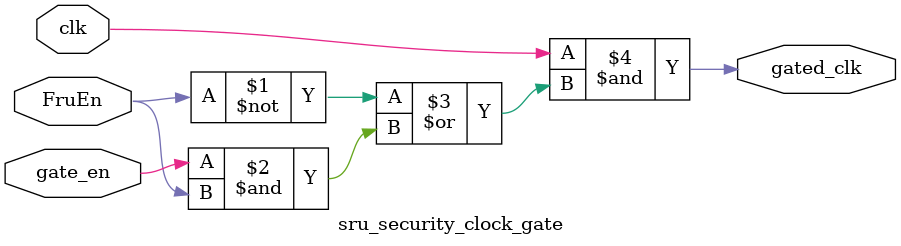
<source format=v>
module sru_security_clock_gate (
    input    wire clk,
    input    wire gate_en,
    input    wire FruEn,
    output   wire gated_clk
);
    assign gated_clk = clk & (~FruEn | (gate_en & FruEn));

endmodule
</source>
